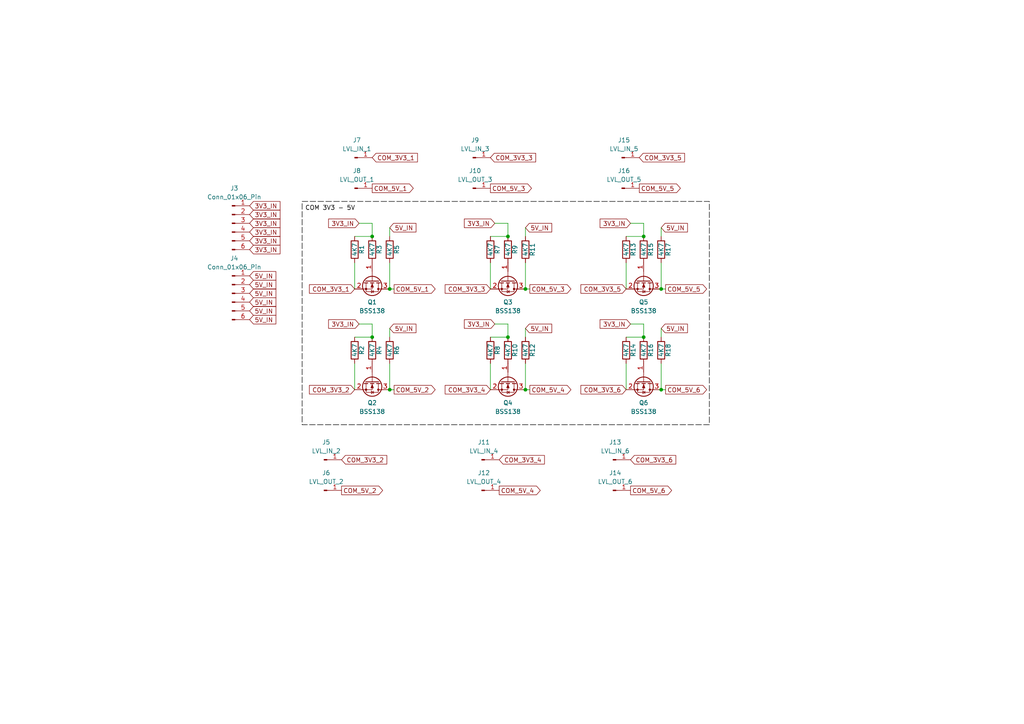
<source format=kicad_sch>
(kicad_sch (version 20250114) (generator "eeschema") (generator_version "9.0")
  (paper "A4")
  (title_block (title "COM_Level") (date "2025-11-04") (rev "1.0") (company "PKl"))
  (lib_symbols
    (symbol "Connector:Conn_01x01_Pin" (pin_names (offset 1.016) (hide yes))
      (property "Reference" "J" (at 0 2.54 0))
      (property "Value" "Conn_01x01_Pin" (at 0 -2.54 0))
      (symbol "Conn_01x01_Pin_1_1"
        (rectangle (start 0.8636 0.127) (end 0 -0.127) (stroke (width 0.1524)) (fill (type outline)))
        (polyline (pts (xy 1.27 0) (xy 0.8636 0)) (stroke (width 0.1524)))
        (pin passive line (at 5.08 0 180) (length 3.81) (name "Pin_1") (number "1"))
      )
    )
    (symbol "Connector:Conn_01x06_Pin" (pin_names (offset 1.016) (hide yes))
      (property "Reference" "J" (at 0 7.62 0))
      (property "Value" "Conn_01x06_Pin" (at 0 -10.16 0))
      (symbol "Conn_01x06_Pin_1_1"
        (rectangle (start 0.8636 5.207) (end 0 4.953) (stroke (width 0.1524)) (fill (type outline)))
        (rectangle (start 0.8636 2.667) (end 0 2.413) (stroke (width 0.1524)) (fill (type outline)))
        (rectangle (start 0.8636 0.127) (end 0 -0.127) (stroke (width 0.1524)) (fill (type outline)))
        (rectangle (start 0.8636 -2.413) (end 0 -2.667) (stroke (width 0.1524)) (fill (type outline)))
        (rectangle (start 0.8636 -4.953) (end 0 -5.207) (stroke (width 0.1524)) (fill (type outline)))
        (rectangle (start 0.8636 -7.493) (end 0 -7.747) (stroke (width 0.1524)) (fill (type outline)))
        (polyline (pts (xy 1.27 5.08) (xy 0.8636 5.08)) (stroke (width 0.1524)))
        (polyline (pts (xy 1.27 2.54) (xy 0.8636 2.54)) (stroke (width 0.1524)))
        (polyline (pts (xy 1.27 0) (xy 0.8636 0)) (stroke (width 0.1524)))
        (polyline (pts (xy 1.27 -2.54) (xy 0.8636 -2.54)) (stroke (width 0.1524)))
        (polyline (pts (xy 1.27 -5.08) (xy 0.8636 -5.08)) (stroke (width 0.1524)))
        (polyline (pts (xy 1.27 -7.62) (xy 0.8636 -7.62)) (stroke (width 0.1524)))
        (pin passive line (at 5.08 5.08 180) (length 3.81) (name "Pin_1") (number "1"))
        (pin passive line (at 5.08 2.54 180) (length 3.81) (name "Pin_2") (number "2"))
        (pin passive line (at 5.08 0 180) (length 3.81) (name "Pin_3") (number "3"))
        (pin passive line (at 5.08 -2.54 180) (length 3.81) (name "Pin_4") (number "4"))
        (pin passive line (at 5.08 -5.08 180) (length 3.81) (name "Pin_5") (number "5"))
        (pin passive line (at 5.08 -7.62 180) (length 3.81) (name "Pin_6") (number "6"))
      )
    )
    (symbol "Device:R" (pin_numbers (hide yes)) (pin_names (offset 0))
      (property "Reference" "R" (at 2.032 0 90))
      (property "Value" "R" (at 0 0 90))
      (symbol "R_0_1"
        (rectangle (start -1.016 -2.54) (end 1.016 2.54) (stroke (width 0.254)))
      )
      (symbol "R_1_1"
        (pin passive line (at 0 3.81 270) (length 1.27) (name "~") (number "1"))
        (pin passive line (at 0 -3.81 90) (length 1.27) (name "~") (number "2"))
      )
    )
    (symbol "Transistor_FET:BSS138" (pin_names (offset 0) (hide yes))
      (property "Reference" "Q" (at 5.08 1.905 0))
      (property "Value" "BSS138" (at 5.08 0 0))
      (symbol "BSS138_0_1"
        (polyline (pts (xy 0.254 1.905) (xy 0.254 -1.905)) (stroke (width 0.254)))
        (polyline (pts (xy 0.254 0) (xy -2.54 0)))
        (polyline (pts (xy 0.762 2.286) (xy 0.762 1.27)) (stroke (width 0.254)))
        (polyline (pts (xy 0.762 0.508) (xy 0.762 -0.508)) (stroke (width 0.254)))
        (polyline (pts (xy 0.762 -1.27) (xy 0.762 -2.286)) (stroke (width 0.254)))
        (polyline (pts (xy 0.762 -1.778) (xy 3.302 -1.778) (xy 3.302 1.778) (xy 0.762 1.778)))
        (polyline (pts (xy 1.016 0) (xy 2.032 0.381) (xy 2.032 -0.381) (xy 1.016 0)) (fill (type outline)))
        (circle (center 1.651 0) (radius 2.794) (stroke (width 0.254)))
        (polyline (pts (xy 2.54 2.54) (xy 2.54 1.778)))
        (circle (center 2.54 1.778) (radius 0.254) (fill (type outline)))
        (circle (center 2.54 -1.778) (radius 0.254) (fill (type outline)))
        (polyline (pts (xy 2.54 -2.54) (xy 2.54 0) (xy 0.762 0)))
        (polyline (pts (xy 2.921 0.381) (xy 3.683 0.381)))
        (polyline (pts (xy 3.302 0.381) (xy 2.921 -0.254) (xy 3.683 -0.254) (xy 3.302 0.381)))
      )
      (symbol "BSS138_1_1"
        (pin input line (at -5.08 0 0) (length 2.54) (name "G") (number "1"))
        (pin passive line (at 2.54 5.08 270) (length 2.54) (name "D") (number "3"))
        (pin passive line (at 2.54 -5.08 90) (length 2.54) (name "S") (number "2"))
      )
    )
  )
  (rectangle (start 87.63 58.42) (end 205.74 123.19) (stroke (width 0) (type dash) (color 0 0 0 1)))
  (text "COM 3V3 - 5V" (at 95.758 60.452 0) (effects (font (size 1.27 1.27))))
  (junction (at 107.95 68.58))
  (junction (at 147.32 68.58))
  (junction (at 191.77 83.82))
  (junction (at 186.69 68.58))
  (junction (at 113.03 83.82))
  (junction (at 147.32 97.79))
  (junction (at 107.95 97.79))
  (junction (at 152.4 113.03))
  (junction (at 152.4 83.82))
  (junction (at 186.69 97.79))
  (junction (at 191.77 113.03))
  (junction (at 113.03 113.03))
  (wire (pts (xy 182.88 93.98) (xy 186.69 93.98)))
  (wire (pts (xy 143.51 93.98) (xy 147.32 93.98)))
  (wire (pts (xy 102.87 105.41) (xy 102.87 113.03)))
  (wire (pts (xy 104.14 93.98) (xy 107.95 93.98)))
  (wire (pts (xy 113.03 113.03) (xy 114.3 113.03)))
  (wire (pts (xy 152.4 113.03) (xy 153.67 113.03)))
  (wire (pts (xy 191.77 76.2) (xy 191.77 83.82)))
  (wire (pts (xy 143.51 64.77) (xy 147.32 64.77)))
  (wire (pts (xy 113.03 76.2) (xy 113.03 83.82)))
  (wire (pts (xy 142.24 76.2) (xy 142.24 83.82)))
  (wire (pts (xy 142.24 68.58) (xy 147.32 68.58)))
  (wire (pts (xy 191.77 113.03) (xy 193.04 113.03)))
  (wire (pts (xy 182.88 64.77) (xy 186.69 64.77)))
  (wire (pts (xy 152.4 76.2) (xy 152.4 83.82)))
  (wire (pts (xy 147.32 64.77) (xy 147.32 68.58)))
  (wire (pts (xy 191.77 83.82) (xy 193.04 83.82)))
  (wire (pts (xy 152.4 66.04) (xy 152.4 68.58)))
  (wire (pts (xy 113.03 66.04) (xy 113.03 68.58)))
  (wire (pts (xy 104.14 64.77) (xy 107.95 64.77)))
  (wire (pts (xy 102.87 68.58) (xy 107.95 68.58)))
  (wire (pts (xy 191.77 95.25) (xy 191.77 97.79)))
  (wire (pts (xy 113.03 105.41) (xy 113.03 113.03)))
  (wire (pts (xy 186.69 64.77) (xy 186.69 68.58)))
  (wire (pts (xy 113.03 83.82) (xy 114.3 83.82)))
  (wire (pts (xy 102.87 97.79) (xy 107.95 97.79)))
  (wire (pts (xy 102.87 76.2) (xy 102.87 83.82)))
  (wire (pts (xy 191.77 66.04) (xy 191.77 68.58)))
  (wire (pts (xy 181.61 76.2) (xy 181.61 83.82)))
  (wire (pts (xy 142.24 105.41) (xy 142.24 113.03)))
  (wire (pts (xy 191.77 105.41) (xy 191.77 113.03)))
  (wire (pts (xy 152.4 83.82) (xy 153.67 83.82)))
  (wire (pts (xy 181.61 97.79) (xy 186.69 97.79)))
  (wire (pts (xy 181.61 68.58) (xy 186.69 68.58)))
  (wire (pts (xy 113.03 95.25) (xy 113.03 97.79)))
  (wire (pts (xy 147.32 93.98) (xy 147.32 97.79)))
  (wire (pts (xy 107.95 93.98) (xy 107.95 97.79)))
  (wire (pts (xy 186.69 93.98) (xy 186.69 97.79)))
  (wire (pts (xy 107.95 64.77) (xy 107.95 68.58)))
  (wire (pts (xy 181.61 105.41) (xy 181.61 113.03)))
  (wire (pts (xy 152.4 95.25) (xy 152.4 97.79)))
  (wire (pts (xy 152.4 105.41) (xy 152.4 113.03)))
  (wire (pts (xy 107.95 97.79) (xy 107.95 99.06)))
  (wire (pts (xy 142.24 97.79) (xy 147.32 97.79)))
  (global_label "COM_5V_5" (shape output) (at 193.04 83.82 0) (property "Intersheetrefs" "${INTERSHEET_REFS}" (effects (hide yes))))
  (global_label "5V_IN" (shape input) (at 113.03 66.04 0) (property "Intersheetrefs" "${INTERSHEET_REFS}" (effects (hide yes))))
  (global_label "3V3_IN" (shape input) (at 72.39 62.23 0) (property "Intersheetrefs" "${INTERSHEET_REFS}" (effects (hide yes))))
  (global_label "COM_5V_3" (shape output) (at 153.67 83.82 0) (property "Intersheetrefs" "${INTERSHEET_REFS}" (effects (hide yes))))
  (global_label "3V3_IN" (shape input) (at 72.39 59.69 0) (property "Intersheetrefs" "${INTERSHEET_REFS}" (effects (hide yes))))
  (global_label "3V3_IN" (shape input) (at 143.51 93.98 180) (property "Intersheetrefs" "${INTERSHEET_REFS}" (effects (hide yes))))
  (global_label "5V_IN" (shape input) (at 72.39 90.17 0) (property "Intersheetrefs" "${INTERSHEET_REFS}" (effects (hide yes))))
  (global_label "COM_5V_1" (shape output) (at 107.95 54.61 0) (property "Intersheetrefs" "${INTERSHEET_REFS}" (effects (hide yes))))
  (global_label "COM_5V_6" (shape output) (at 193.04 113.03 0) (property "Intersheetrefs" "${INTERSHEET_REFS}" (effects (hide yes))))
  (global_label "5V_IN" (shape input) (at 152.4 66.04 0) (property "Intersheetrefs" "${INTERSHEET_REFS}" (effects (hide yes))))
  (global_label "COM_3V3_4" (shape input) (at 142.24 113.03 180) (property "Intersheetrefs" "${INTERSHEET_REFS}" (effects (hide yes))))
  (global_label "COM_5V_6" (shape output) (at 182.88 142.24 0) (property "Intersheetrefs" "${INTERSHEET_REFS}" (effects (hide yes))))
  (global_label "COM_5V_2" (shape output) (at 99.06 142.24 0) (property "Intersheetrefs" "${INTERSHEET_REFS}" (effects (hide yes))))
  (global_label "5V_IN" (shape input) (at 72.39 82.55 0) (property "Intersheetrefs" "${INTERSHEET_REFS}" (effects (hide yes))))
  (global_label "3V3_IN" (shape input) (at 182.88 93.98 180) (property "Intersheetrefs" "${INTERSHEET_REFS}" (effects (hide yes))))
  (global_label "COM_5V_2" (shape output) (at 114.3 113.03 0) (property "Intersheetrefs" "${INTERSHEET_REFS}" (effects (hide yes))))
  (global_label "5V_IN" (shape input) (at 72.39 87.63 0) (property "Intersheetrefs" "${INTERSHEET_REFS}" (effects (hide yes))))
  (global_label "COM_3V3_6" (shape input) (at 181.61 113.03 180) (property "Intersheetrefs" "${INTERSHEET_REFS}" (effects (hide yes))))
  (global_label "5V_IN" (shape input) (at 113.03 95.25 0) (property "Intersheetrefs" "${INTERSHEET_REFS}" (effects (hide yes))))
  (global_label "5V_IN" (shape input) (at 191.77 66.04 0) (property "Intersheetrefs" "${INTERSHEET_REFS}" (effects (hide yes))))
  (global_label "COM_3V3_3" (shape input) (at 142.24 45.72 0) (property "Intersheetrefs" "${INTERSHEET_REFS}" (effects (hide yes))))
  (global_label "COM_3V3_2" (shape input) (at 99.06 133.35 0) (property "Intersheetrefs" "${INTERSHEET_REFS}" (effects (hide yes))))
  (global_label "COM_5V_5" (shape output) (at 185.42 54.61 0) (property "Intersheetrefs" "${INTERSHEET_REFS}" (effects (hide yes))))
  (global_label "COM_3V3_5" (shape input) (at 185.42 45.72 0) (property "Intersheetrefs" "${INTERSHEET_REFS}" (effects (hide yes))))
  (global_label "COM_5V_1" (shape output) (at 114.3 83.82 0) (property "Intersheetrefs" "${INTERSHEET_REFS}" (effects (hide yes))))
  (global_label "3V3_IN" (shape input) (at 72.39 69.85 0) (property "Intersheetrefs" "${INTERSHEET_REFS}" (effects (hide yes))))
  (global_label "5V_IN" (shape input) (at 72.39 80.01 0) (property "Intersheetrefs" "${INTERSHEET_REFS}" (effects (hide yes))))
  (global_label "COM_3V3_5" (shape input) (at 181.61 83.82 180) (property "Intersheetrefs" "${INTERSHEET_REFS}" (effects (hide yes))))
  (global_label "COM_5V_4" (shape output) (at 144.78 142.24 0) (property "Intersheetrefs" "${INTERSHEET_REFS}" (effects (hide yes))))
  (global_label "5V_IN" (shape input) (at 152.4 95.25 0) (property "Intersheetrefs" "${INTERSHEET_REFS}" (effects (hide yes))))
  (global_label "3V3_IN" (shape input) (at 182.88 64.77 180) (property "Intersheetrefs" "${INTERSHEET_REFS}" (effects (hide yes))))
  (global_label "COM_3V3_4" (shape input) (at 144.78 133.35 0) (property "Intersheetrefs" "${INTERSHEET_REFS}" (effects (hide yes))))
  (global_label "3V3_IN" (shape input) (at 72.39 64.77 0) (property "Intersheetrefs" "${INTERSHEET_REFS}" (effects (hide yes))))
  (global_label "5V_IN" (shape input) (at 72.39 92.71 0) (property "Intersheetrefs" "${INTERSHEET_REFS}" (effects (hide yes))))
  (global_label "COM_3V3_2" (shape input) (at 102.87 113.03 180) (property "Intersheetrefs" "${INTERSHEET_REFS}" (effects (hide yes))))
  (global_label "3V3_IN" (shape input) (at 72.39 72.39 0) (property "Intersheetrefs" "${INTERSHEET_REFS}" (effects (hide yes))))
  (global_label "5V_IN" (shape input) (at 191.77 95.25 0) (property "Intersheetrefs" "${INTERSHEET_REFS}" (effects (hide yes))))
  (global_label "COM_3V3_1" (shape input) (at 102.87 83.82 180) (property "Intersheetrefs" "${INTERSHEET_REFS}" (effects (hide yes))))
  (global_label "3V3_IN" (shape input) (at 104.14 93.98 180) (property "Intersheetrefs" "${INTERSHEET_REFS}" (effects (hide yes))))
  (global_label "COM_3V3_6" (shape input) (at 182.88 133.35 0) (property "Intersheetrefs" "${INTERSHEET_REFS}" (effects (hide yes))))
  (global_label "3V3_IN" (shape input) (at 143.51 64.77 180) (property "Intersheetrefs" "${INTERSHEET_REFS}" (effects (hide yes))))
  (global_label "COM_5V_4" (shape output) (at 153.67 113.03 0) (property "Intersheetrefs" "${INTERSHEET_REFS}" (effects (hide yes))))
  (global_label "COM_3V3_3" (shape input) (at 142.24 83.82 180) (property "Intersheetrefs" "${INTERSHEET_REFS}" (effects (hide yes))))
  (global_label "3V3_IN" (shape input) (at 72.39 67.31 0) (property "Intersheetrefs" "${INTERSHEET_REFS}" (effects (hide yes))))
  (global_label "3V3_IN" (shape input) (at 104.14 64.77 180) (property "Intersheetrefs" "${INTERSHEET_REFS}" (effects (hide yes))))
  (global_label "COM_3V3_1" (shape input) (at 107.95 45.72 0) (property "Intersheetrefs" "${INTERSHEET_REFS}" (effects (hide yes))))
  (global_label "COM_5V_3" (shape output) (at 142.24 54.61 0) (property "Intersheetrefs" "${INTERSHEET_REFS}" (effects (hide yes))))
  (global_label "5V_IN" (shape input) (at 72.39 85.09 0) (property "Intersheetrefs" "${INTERSHEET_REFS}" (effects (hide yes))))
  (symbol (lib_id "Transistor_FET:BSS138") (at 147.32 81.28 270) (unit 1)
    (property "Reference" "Q3" (at 147.32 87.63 90))
    (property "Value" "BSS138" (at 147.32 90.17 90))
    (property "Footprint" "Package_TO_SOT_SMD:SOT-23" (effects (hide yes)))
    (property "Datasheet" "https://www.onsemi.com/pub/Collateral/BSS138-D.PDF" (effects (hide yes)))
    (property "Description" "50V Vds, 0.22A Id, N-Channel MOSFET, SOT-23" (effects (hide yes)))
  )
  (symbol (lib_id "Connector:Conn_01x01_Pin") (at 180.34 54.61 0) (unit 1)
    (property "Reference" "J16" (at 180.975 49.53 0))
    (property "Value" "LVL_OUT_5" (at 180.975 52.07 0))
    (property "Footprint" "Connector_PinHeader_2.54mm:PinHeader_1x01_P2.54mm_Vertical" (effects (hide yes)))
    (property "Description" "Generic connector, single row, 01x01, script generated" (effects (hide yes)))
  )
  (symbol (lib_id "Connector:Conn_01x06_Pin") (at 67.31 64.77 0) (unit 1)
    (property "Reference" "J3" (at 67.945 54.61 0))
    (property "Value" "Conn_01x06_Pin" (at 67.945 57.15 0))
    (property "Footprint" "Connector_PinHeader_2.54mm:PinHeader_1x06_P2.54mm_Vertical" (effects (hide yes)))
    (property "Description" "Generic connector, single row, 01x06, script generated" (effects (hide yes)))
  )
  (symbol (lib_id "Connector:Conn_01x01_Pin") (at 102.87 54.61 0) (unit 1)
    (property "Reference" "J8" (at 103.505 49.53 0))
    (property "Value" "LVL_OUT_1" (at 103.505 52.07 0))
    (property "Footprint" "Connector_PinHeader_2.54mm:PinHeader_1x01_P2.54mm_Vertical" (effects (hide yes)))
    (property "Description" "Generic connector, single row, 01x01, script generated" (effects (hide yes)))
  )
  (symbol (lib_id "Device:R") (at 181.61 101.6 180) (unit 1)
    (property "Reference" "R14" (at 183.642 101.6 90))
    (property "Value" "4K7" (at 181.61 101.6 90))
    (property "Footprint" "Resistor_SMD:R_0805_2012Metric" (effects (hide yes)))
    (property "Description" "Resistor" (effects (hide yes)))
  )
  (symbol (lib_id "Connector:Conn_01x01_Pin") (at 139.7 142.24 0) (unit 1)
    (property "Reference" "J12" (at 140.335 137.16 0))
    (property "Value" "LVL_OUT_4" (at 140.335 139.7 0))
    (property "Footprint" "Connector_PinHeader_2.54mm:PinHeader_1x01_P2.54mm_Vertical" (effects (hide yes)))
    (property "Description" "Generic connector, single row, 01x01, script generated" (effects (hide yes)))
  )
  (symbol (lib_id "Device:R") (at 142.24 72.39 180) (unit 1)
    (property "Reference" "R7" (at 144.272 72.39 90))
    (property "Value" "4K7" (at 142.24 72.39 90))
    (property "Footprint" "Resistor_SMD:R_0805_2012Metric" (effects (hide yes)))
    (property "Description" "Resistor" (effects (hide yes)))
  )
  (symbol (lib_id "Connector:Conn_01x06_Pin") (at 67.31 85.09 0) (unit 1)
    (property "Reference" "J4" (at 67.945 74.93 0))
    (property "Value" "Conn_01x06_Pin" (at 67.945 77.47 0))
    (property "Footprint" "Connector_PinHeader_2.54mm:PinHeader_1x06_P2.54mm_Vertical" (effects (hide yes)))
    (property "Description" "Generic connector, single row, 01x06, script generated" (effects (hide yes)))
  )
  (symbol (lib_id "Device:R") (at 113.03 72.39 180) (unit 1)
    (property "Reference" "R5" (at 115.062 72.39 90))
    (property "Value" "4K7" (at 113.03 72.39 90))
    (property "Footprint" "Resistor_SMD:R_0805_2012Metric" (effects (hide yes)))
    (property "Description" "Resistor" (effects (hide yes)))
  )
  (symbol (lib_id "Connector:Conn_01x01_Pin") (at 137.16 54.61 0) (unit 1)
    (property "Reference" "J10" (at 137.795 49.53 0))
    (property "Value" "LVL_OUT_3" (at 137.795 52.07 0))
    (property "Footprint" "Connector_PinHeader_2.54mm:PinHeader_1x01_P2.54mm_Vertical" (effects (hide yes)))
    (property "Description" "Generic connector, single row, 01x01, script generated" (effects (hide yes)))
  )
  (symbol (lib_id "Device:R") (at 142.24 101.6 180) (unit 1)
    (property "Reference" "R8" (at 144.272 101.6 90))
    (property "Value" "4K7" (at 142.24 101.6 90))
    (property "Footprint" "Resistor_SMD:R_0805_2012Metric" (effects (hide yes)))
    (property "Description" "Resistor" (effects (hide yes)))
  )
  (symbol (lib_id "Device:R") (at 102.87 72.39 180) (unit 1)
    (property "Reference" "R1" (at 104.902 72.39 90))
    (property "Value" "4K7" (at 102.87 72.39 90))
    (property "Footprint" "Resistor_SMD:R_0805_2012Metric" (effects (hide yes)))
    (property "Description" "Resistor" (effects (hide yes)))
  )
  (symbol (lib_id "Transistor_FET:BSS138") (at 107.95 81.28 270) (unit 1)
    (property "Reference" "Q1" (at 107.95 87.63 90))
    (property "Value" "BSS138" (at 107.95 90.17 90))
    (property "Footprint" "Package_TO_SOT_SMD:SOT-23" (effects (hide yes)))
    (property "Datasheet" "https://www.onsemi.com/pub/Collateral/BSS138-D.PDF" (effects (hide yes)))
    (property "Description" "50V Vds, 0.22A Id, N-Channel MOSFET, SOT-23" (effects (hide yes)))
  )
  (symbol (lib_id "Device:R") (at 102.87 101.6 180) (unit 1)
    (property "Reference" "R2" (at 104.902 101.6 90))
    (property "Value" "4K7" (at 102.87 101.6 90))
    (property "Footprint" "Resistor_SMD:R_0805_2012Metric" (effects (hide yes)))
    (property "Description" "Resistor" (effects (hide yes)))
  )
  (symbol (lib_id "Device:R") (at 181.61 72.39 180) (unit 1)
    (property "Reference" "R13" (at 183.642 72.39 90))
    (property "Value" "4K7" (at 181.61 72.39 90))
    (property "Footprint" "Resistor_SMD:R_0805_2012Metric" (effects (hide yes)))
    (property "Description" "Resistor" (effects (hide yes)))
  )
  (symbol (lib_id "Connector:Conn_01x01_Pin") (at 177.8 142.24 0) (unit 1)
    (property "Reference" "J14" (at 178.435 137.16 0))
    (property "Value" "LVL_OUT_6" (at 178.435 139.7 0))
    (property "Footprint" "Connector_PinHeader_2.54mm:PinHeader_1x01_P2.54mm_Vertical" (effects (hide yes)))
    (property "Description" "Generic connector, single row, 01x01, script generated" (effects (hide yes)))
  )
  (symbol (lib_id "Device:R") (at 113.03 101.6 180) (unit 1)
    (property "Reference" "R6" (at 115.062 101.6 90))
    (property "Value" "4K7" (at 113.03 101.6 90))
    (property "Footprint" "Resistor_SMD:R_0805_2012Metric" (effects (hide yes)))
    (property "Description" "Resistor" (effects (hide yes)))
  )
  (symbol (lib_id "Device:R") (at 191.77 72.39 180) (unit 1)
    (property "Reference" "R17" (at 193.802 72.39 90))
    (property "Value" "4K7" (at 191.77 72.39 90))
    (property "Footprint" "Resistor_SMD:R_0805_2012Metric" (effects (hide yes)))
    (property "Description" "Resistor" (effects (hide yes)))
  )
  (symbol (lib_id "Connector:Conn_01x01_Pin") (at 137.16 45.72 0) (unit 1)
    (property "Reference" "J9" (at 137.795 40.64 0))
    (property "Value" "LVL_IN_3" (at 137.795 43.18 0))
    (property "Footprint" "Connector_PinHeader_2.54mm:PinHeader_1x01_P2.54mm_Vertical" (effects (hide yes)))
    (property "Description" "Generic connector, single row, 01x01, script generated" (effects (hide yes)))
  )
  (symbol (lib_id "Device:R") (at 107.95 101.6 180) (unit 1)
    (property "Reference" "R4" (at 109.982 101.6 90))
    (property "Value" "4K7" (at 107.95 101.6 90))
    (property "Footprint" "Resistor_SMD:R_0805_2012Metric" (effects (hide yes)))
    (property "Description" "Resistor" (effects (hide yes)))
  )
  (symbol (lib_id "Connector:Conn_01x01_Pin") (at 180.34 45.72 0) (unit 1)
    (property "Reference" "J15" (at 180.975 40.64 0))
    (property "Value" "LVL_IN_5" (at 180.975 43.18 0))
    (property "Footprint" "Connector_PinHeader_2.54mm:PinHeader_1x01_P2.54mm_Vertical" (effects (hide yes)))
    (property "Description" "Generic connector, single row, 01x01, script generated" (effects (hide yes)))
  )
  (symbol (lib_id "Connector:Conn_01x01_Pin") (at 177.8 133.35 0) (unit 1)
    (property "Reference" "J13" (at 178.435 128.27 0))
    (property "Value" "LVL_IN_6" (at 178.435 130.81 0))
    (property "Footprint" "Connector_PinHeader_2.54mm:PinHeader_1x01_P2.54mm_Vertical" (effects (hide yes)))
    (property "Description" "Generic connector, single row, 01x01, script generated" (effects (hide yes)))
  )
  (symbol (lib_id "Device:R") (at 152.4 72.39 180) (unit 1)
    (property "Reference" "R11" (at 154.432 72.39 90))
    (property "Value" "4K7" (at 152.4 72.39 90))
    (property "Footprint" "Resistor_SMD:R_0805_2012Metric" (effects (hide yes)))
    (property "Description" "Resistor" (effects (hide yes)))
  )
  (symbol (lib_id "Transistor_FET:BSS138") (at 186.69 110.49 270) (unit 1)
    (property "Reference" "Q6" (at 186.69 116.84 90))
    (property "Value" "BSS138" (at 186.69 119.38 90))
    (property "Footprint" "Package_TO_SOT_SMD:SOT-23" (effects (hide yes)))
    (property "Datasheet" "https://www.onsemi.com/pub/Collateral/BSS138-D.PDF" (effects (hide yes)))
    (property "Description" "50V Vds, 0.22A Id, N-Channel MOSFET, SOT-23" (effects (hide yes)))
  )
  (symbol (lib_id "Device:R") (at 147.32 72.39 180) (unit 1)
    (property "Reference" "R9" (at 149.352 72.39 90))
    (property "Value" "4K7" (at 147.32 72.39 90))
    (property "Footprint" "Resistor_SMD:R_0805_2012Metric" (effects (hide yes)))
    (property "Description" "Resistor" (effects (hide yes)))
  )
  (symbol (lib_id "Device:R") (at 107.95 72.39 180) (unit 1)
    (property "Reference" "R3" (at 109.982 72.39 90))
    (property "Value" "4K7" (at 107.95 72.39 90))
    (property "Footprint" "Resistor_SMD:R_0805_2012Metric" (effects (hide yes)))
    (property "Description" "Resistor" (effects (hide yes)))
  )
  (symbol (lib_id "Device:R") (at 186.69 72.39 180) (unit 1)
    (property "Reference" "R15" (at 188.722 72.39 90))
    (property "Value" "4K7" (at 186.69 72.39 90))
    (property "Footprint" "Resistor_SMD:R_0805_2012Metric" (effects (hide yes)))
    (property "Description" "Resistor" (effects (hide yes)))
  )
  (symbol (lib_id "Transistor_FET:BSS138") (at 186.69 81.28 270) (unit 1)
    (property "Reference" "Q5" (at 186.69 87.63 90))
    (property "Value" "BSS138" (at 186.69 90.17 90))
    (property "Footprint" "Package_TO_SOT_SMD:SOT-23" (effects (hide yes)))
    (property "Datasheet" "https://www.onsemi.com/pub/Collateral/BSS138-D.PDF" (effects (hide yes)))
    (property "Description" "50V Vds, 0.22A Id, N-Channel MOSFET, SOT-23" (effects (hide yes)))
  )
  (symbol (lib_id "Connector:Conn_01x01_Pin") (at 102.87 45.72 0) (unit 1)
    (property "Reference" "J7" (at 103.505 40.64 0))
    (property "Value" "LVL_IN_1" (at 103.505 43.18 0))
    (property "Footprint" "Connector_PinHeader_2.54mm:PinHeader_1x01_P2.54mm_Vertical" (effects (hide yes)))
    (property "Description" "Generic connector, single row, 01x01, script generated" (effects (hide yes)))
  )
  (symbol (lib_id "Connector:Conn_01x01_Pin") (at 93.98 133.35 0) (unit 1)
    (property "Reference" "J5" (at 94.615 128.27 0))
    (property "Value" "LVL_IN_2" (at 94.615 130.81 0))
    (property "Footprint" "Connector_PinHeader_2.54mm:PinHeader_1x01_P2.54mm_Vertical" (effects (hide yes)))
    (property "Description" "Generic connector, single row, 01x01, script generated" (effects (hide yes)))
  )
  (symbol (lib_id "Connector:Conn_01x01_Pin") (at 139.7 133.35 0) (unit 1)
    (property "Reference" "J11" (at 140.335 128.27 0))
    (property "Value" "LVL_IN_4" (at 140.335 130.81 0))
    (property "Footprint" "Connector_PinHeader_2.54mm:PinHeader_1x01_P2.54mm_Vertical" (effects (hide yes)))
    (property "Description" "Generic connector, single row, 01x01, script generated" (effects (hide yes)))
  )
  (symbol (lib_id "Device:R") (at 152.4 101.6 180) (unit 1)
    (property "Reference" "R12" (at 154.432 101.6 90))
    (property "Value" "4K7" (at 152.4 101.6 90))
    (property "Footprint" "Resistor_SMD:R_0805_2012Metric" (effects (hide yes)))
    (property "Description" "Resistor" (effects (hide yes)))
  )
  (symbol (lib_id "Device:R") (at 191.77 101.6 180) (unit 1)
    (property "Reference" "R18" (at 193.802 101.6 90))
    (property "Value" "4K7" (at 191.77 101.6 90))
    (property "Footprint" "Resistor_SMD:R_0805_2012Metric" (effects (hide yes)))
    (property "Description" "Resistor" (effects (hide yes)))
  )
  (symbol (lib_id "Transistor_FET:BSS138") (at 107.95 110.49 270) (unit 1)
    (property "Reference" "Q2" (at 107.95 116.84 90))
    (property "Value" "BSS138" (at 107.95 119.38 90))
    (property "Footprint" "Package_TO_SOT_SMD:SOT-23" (effects (hide yes)))
    (property "Datasheet" "https://www.onsemi.com/pub/Collateral/BSS138-D.PDF" (effects (hide yes)))
    (property "Description" "50V Vds, 0.22A Id, N-Channel MOSFET, SOT-23" (effects (hide yes)))
  )
  (symbol (lib_id "Transistor_FET:BSS138") (at 147.32 110.49 270) (unit 1)
    (property "Reference" "Q4" (at 147.32 116.84 90))
    (property "Value" "BSS138" (at 147.32 119.38 90))
    (property "Footprint" "Package_TO_SOT_SMD:SOT-23" (effects (hide yes)))
    (property "Datasheet" "https://www.onsemi.com/pub/Collateral/BSS138-D.PDF" (effects (hide yes)))
    (property "Description" "50V Vds, 0.22A Id, N-Channel MOSFET, SOT-23" (effects (hide yes)))
  )
  (symbol (lib_id "Connector:Conn_01x01_Pin") (at 93.98 142.24 0) (unit 1)
    (property "Reference" "J6" (at 94.615 137.16 0))
    (property "Value" "LVL_OUT_2" (at 94.615 139.7 0))
    (property "Footprint" "Connector_PinHeader_2.54mm:PinHeader_1x01_P2.54mm_Vertical" (effects (hide yes)))
    (property "Description" "Generic connector, single row, 01x01, script generated" (effects (hide yes)))
  )
  (symbol (lib_id "Device:R") (at 186.69 101.6 180) (unit 1)
    (property "Reference" "R16" (at 188.722 101.6 90))
    (property "Value" "4K7" (at 186.69 101.6 90))
    (property "Footprint" "Resistor_SMD:R_0805_2012Metric" (effects (hide yes)))
    (property "Description" "Resistor" (effects (hide yes)))
  )
  (symbol (lib_id "Device:R") (at 147.32 101.6 180) (unit 1)
    (property "Reference" "R10" (at 149.352 101.6 90))
    (property "Value" "4K7" (at 147.32 101.6 90))
    (property "Footprint" "Resistor_SMD:R_0805_2012Metric" (effects (hide yes)))
    (property "Description" "Resistor" (effects (hide yes)))
  )
)
</source>
